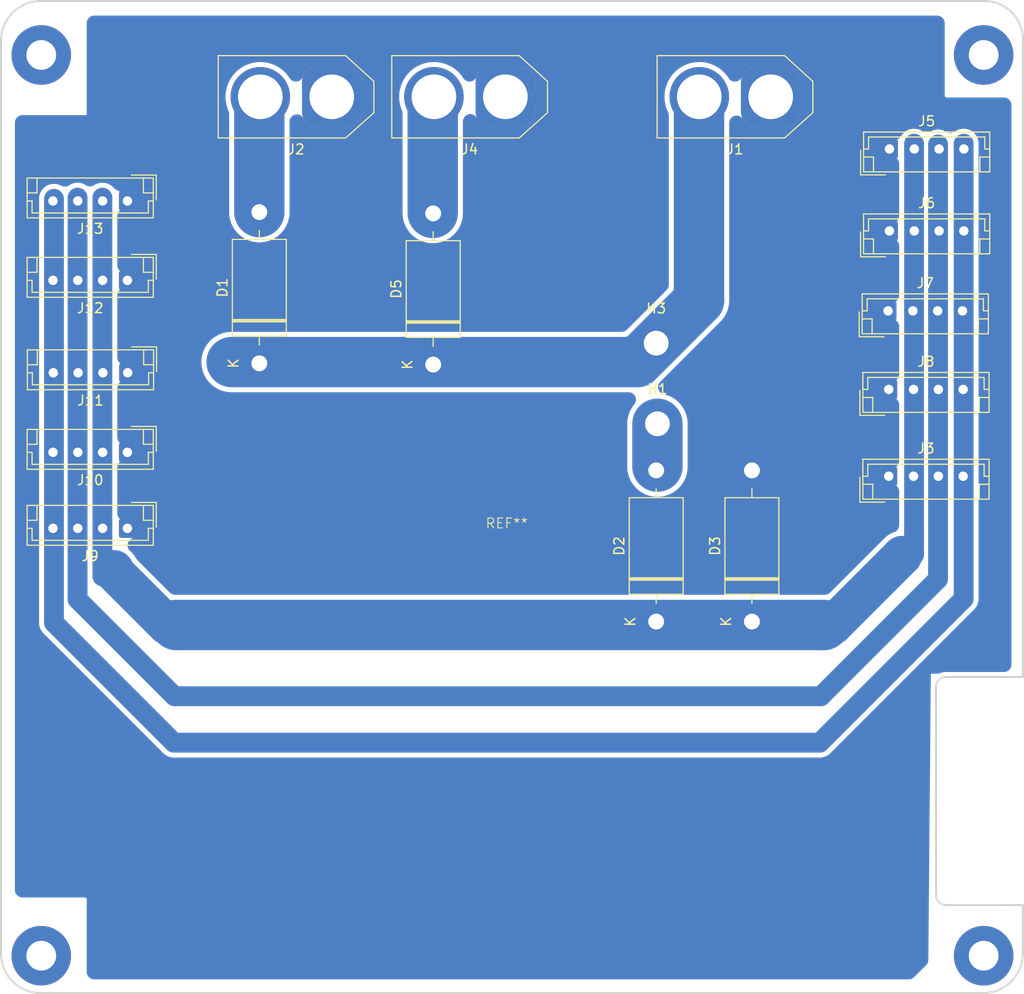
<source format=kicad_pcb>
(kicad_pcb (version 20240108) (generator "pcbnew") (generator_version "8.0")
  (title_block (title "placa de potencia"))
  (layers (0 "F.Cu" signal) (31 "B.Cu" signal) (34 "B.Paste" user) (35 "F.Paste" user) (36 "B.SilkS" user "B.Silkscreen") (37 "F.SilkS" user "F.Silkscreen") (38 "B.Mask" user) (39 "F.Mask" user) (44 "Edge.Cuts" user))
  (net 0 "")
  (net 1 "Net-(D1-K)")
  (net 2 "Net-(D1-A)")
  (net 3 "Net-(D2-K)")
  (net 4 "GND")
  (net 5 "Net-(D5-A)")
  (net 6 "Net-(D2-A)")
  (net 7 "Net-(J10-D+)")
  (net 8 "Net-(J10-D-)")
  (footprint "Diode_THT:D_DO-201AD_P15.24mm_Horizontal" (layer "F.Cu") (at 114.3 78.867 90)
    (property "Reference" "D1" (at 7.62 -3.72 90) (layer "F.SilkS"))
    (property "Value" "1N5400")
    (fp_line (start 12.49 -2.72) (end 2.75 -2.72) (stroke (width 0.12)) (layer "F.SilkS"))
    (fp_line (start 4.415 -2.72) (end 4.415 2.72) (stroke (width 0.12)) (layer "F.SilkS"))
    (fp_line (start 4.295 -2.72) (end 4.295 2.72) (stroke (width 0.12)) (layer "F.SilkS"))
    (fp_line (start 4.175 -2.72) (end 4.175 2.72) (stroke (width 0.12)) (layer "F.SilkS"))
    (fp_line (start 2.75 -2.72) (end 2.75 2.72) (stroke (width 0.12)) (layer "F.SilkS"))
    (fp_line (start 13.4 0) (end 12.49 0) (stroke (width 0.12)) (layer "F.SilkS"))
    (fp_line (start 1.84 0) (end 2.75 0) (stroke (width 0.12)) (layer "F.SilkS"))
    (fp_line (start 12.49 2.72) (end 12.49 -2.72) (stroke (width 0.12)) (layer "F.SilkS"))
    (fp_line (start 2.75 2.72) (end 12.49 2.72) (stroke (width 0.12)) (layer "F.SilkS"))
    (fp_text user "K" (at 0 -2.6 90) (layer "F.SilkS"))
    (pad "1" thru_hole rect (at 0 0 90) (size 3.2 3.2) (drill 1.6) (layers "*.Cu" "*.Mask") (net 1 "Net-(D1-K)"))
    (pad "2" thru_hole oval (at 15.24 0 90) (size 3.2 3.2) (drill 1.6) (layers "*.Cu" "*.Mask") (net 2 "Net-(D1-A)"))
  )
  (footprint "Humanoid:XM_conn_vertical-B4B-EH-A" (layer "F.Cu") (at 101.03 79.82 180)
    (property "Reference" "J11" (at 3.75 -2.8 180) (layer "F.SilkS"))
    (property "Value" "B4B-XH-A")
    (fp_line (start 10.11 2.31) (end 10.11 -1.71) (stroke (width 0.12)) (layer "F.SilkS"))
    (fp_line (start 10.11 0.81) (end 9.11 0.81) (stroke (width 0.12)) (layer "F.SilkS"))
    (fp_line (start 10.11 -1.71) (end -2.61 -1.71) (stroke (width 0.12)) (layer "F.SilkS"))
    (fp_line (start 9.61 0) (end 10.11 0) (stroke (width 0.12)) (layer "F.SilkS"))
    (fp_line (start 9.61 -1.21) (end 9.61 0) (stroke (width 0.12)) (layer "F.SilkS"))
    (fp_line (start 9.11 0.81) (end 9.11 2.31) (stroke (width 0.12)) (layer "F.SilkS"))
    (fp_line (start -1.61 0.81) (end -1.61 2.31) (stroke (width 0.12)) (layer "F.SilkS"))
    (fp_line (start -2.11 0) (end -2.11 -1.21) (stroke (width 0.12)) (layer "F.SilkS"))
    (fp_line (start -2.11 -1.21) (end 9.61 -1.21) (stroke (width 0.12)) (layer "F.SilkS"))
    (fp_line (start -2.61 2.31) (end 10.11 2.31) (stroke (width 0.12)) (layer "F.SilkS"))
    (fp_line (start -2.61 0.81) (end -1.61 0.81) (stroke (width 0.12)) (layer "F.SilkS"))
    (fp_line (start -2.61 0) (end -2.11 0) (stroke (width 0.12)) (layer "F.SilkS"))
    (fp_line (start -2.61 -1.71) (end -2.61 2.31) (stroke (width 0.12)) (layer "F.SilkS"))
    (fp_line (start -2.91 2.61) (end -0.41 2.61) (stroke (width 0.12)) (layer "F.SilkS"))
    (fp_line (start -2.91 0.11) (end -2.91 2.61) (stroke (width 0.12)) (layer "F.SilkS"))
    (pad "1" thru_hole roundrect (at 0 0 180) (size 1.7 1.95) (drill 0.95) (layers "*.Cu" "*.Mask") (roundrect_rratio 0.147059) (net 4 "GND"))
    (pad "2" thru_hole oval (at 2.5 0 180) (size 1.7 1.95) (drill 0.95) (layers "*.Cu" "*.Mask") (net 3 "Net-(D2-K)"))
    (pad "3" thru_hole oval (at 5 0 180) (size 1.7 1.95) (drill 0.95) (layers "*.Cu" "*.Mask") (net 7 "Net-(J10-D+)"))
    (pad "4" thru_hole oval (at 7.5 0 180) (size 1.7 1.95) (drill 0.95) (layers "*.Cu" "*.Mask") (net 8 "Net-(J10-D-)"))
  )
  (footprint "Humanoid:XM_conn_vertical-B4B-EH-A" (layer "F.Cu") (at 177.75 81.5)
    (property "Reference" "J8" (at 3.75 -2.8 0) (layer "F.SilkS"))
    (property "Value" "B4B-XH-A")
    (fp_line (start -2.91 0.11) (end -2.91 2.61) (stroke (width 0.12)) (layer "F.SilkS"))
    (fp_line (start -2.91 2.61) (end -0.41 2.61) (stroke (width 0.12)) (layer "F.SilkS"))
    (fp_line (start -2.61 -1.71) (end -2.61 2.31) (stroke (width 0.12)) (layer "F.SilkS"))
    (fp_line (start -2.61 0) (end -2.11 0) (stroke (width 0.12)) (layer "F.SilkS"))
    (fp_line (start -2.61 0.81) (end -1.61 0.81) (stroke (width 0.12)) (layer "F.SilkS"))
    (fp_line (start -2.61 2.31) (end 10.11 2.31) (stroke (width 0.12)) (layer "F.SilkS"))
    (fp_line (start -2.11 -1.21) (end 9.61 -1.21) (stroke (width 0.12)) (layer "F.SilkS"))
    (fp_line (start -2.11 0) (end -2.11 -1.21) (stroke (width 0.12)) (layer "F.SilkS"))
    (fp_line (start -1.61 0.81) (end -1.61 2.31) (stroke (width 0.12)) (layer "F.SilkS"))
    (fp_line (start 9.11 0.81) (end 9.11 2.31) (stroke (width 0.12)) (layer "F.SilkS"))
    (fp_line (start 9.61 -1.21) (end 9.61 0) (stroke (width 0.12)) (layer "F.SilkS"))
    (fp_line (start 9.61 0) (end 10.11 0) (stroke (width 0.12)) (layer "F.SilkS"))
    (fp_line (start 10.11 -1.71) (end -2.61 -1.71) (stroke (width 0.12)) (layer "F.SilkS"))
    (fp_line (start 10.11 0.81) (end 9.11 0.81) (stroke (width 0.12)) (layer "F.SilkS"))
    (fp_line (start 10.11 2.31) (end 10.11 -1.71) (stroke (width 0.12)) (layer "F.SilkS"))
    (pad "1" thru_hole roundrect (at 0 0) (size 1.7 1.95) (drill 0.95) (layers "*.Cu" "*.Mask") (roundrect_rratio 0.147059) (net 4 "GND"))
    (pad "2" thru_hole oval (at 2.5 0) (size 1.7 1.95) (drill 0.95) (layers "*.Cu" "*.Mask") (net 3 "Net-(D2-K)"))
    (pad "3" thru_hole oval (at 5 0) (size 1.7 1.95) (drill 0.95) (layers "*.Cu" "*.Mask") (net 7 "Net-(J10-D+)"))
    (pad "4" thru_hole oval (at 7.5 0) (size 1.7 1.95) (drill 0.95) (layers "*.Cu" "*.Mask") (net 8 "Net-(J10-D-)"))
  )
  (footprint "Humanoid:XM_conn_vertical-B4B-EH-A" (layer "F.Cu") (at 177.75 90.25)
    (property "Reference" "J3" (at 3.75 -2.8 0) (layer "F.SilkS"))
    (property "Value" "B4B-XH-A")
    (fp_line (start -2.91 0.11) (end -2.91 2.61) (stroke (width 0.12)) (layer "F.SilkS"))
    (fp_line (start -2.91 2.61) (end -0.41 2.61) (stroke (width 0.12)) (layer "F.SilkS"))
    (fp_line (start -2.61 -1.71) (end -2.61 2.31) (stroke (width 0.12)) (layer "F.SilkS"))
    (fp_line (start -2.61 0) (end -2.11 0) (stroke (width 0.12)) (layer "F.SilkS"))
    (fp_line (start -2.61 0.81) (end -1.61 0.81) (stroke (width 0.12)) (layer "F.SilkS"))
    (fp_line (start -2.61 2.31) (end 10.11 2.31) (stroke (width 0.12)) (layer "F.SilkS"))
    (fp_line (start -2.11 -1.21) (end 9.61 -1.21) (stroke (width 0.12)) (layer "F.SilkS"))
    (fp_line (start -2.11 0) (end -2.11 -1.21) (stroke (width 0.12)) (layer "F.SilkS"))
    (fp_line (start -1.61 0.81) (end -1.61 2.31) (stroke (width 0.12)) (layer "F.SilkS"))
    (fp_line (start 9.11 0.81) (end 9.11 2.31) (stroke (width 0.12)) (layer "F.SilkS"))
    (fp_line (start 9.61 -1.21) (end 9.61 0) (stroke (width 0.12)) (layer "F.SilkS"))
    (fp_line (start 9.61 0) (end 10.11 0) (stroke (width 0.12)) (layer "F.SilkS"))
    (fp_line (start 10.11 -1.71) (end -2.61 -1.71) (stroke (width 0.12)) (layer "F.SilkS"))
    (fp_line (start 10.11 0.81) (end 9.11 0.81) (stroke (width 0.12)) (layer "F.SilkS"))
    (fp_line (start 10.11 2.31) (end 10.11 -1.71) (stroke (width 0.12)) (layer "F.SilkS"))
    (pad "1" thru_hole roundrect (at 0 0) (size 1.7 1.95) (drill 0.95) (layers "*.Cu" "*.Mask") (roundrect_rratio 0.147059) (net 4 "GND"))
    (pad "2" thru_hole oval (at 2.5 0) (size 1.7 1.95) (drill 0.95) (layers "*.Cu" "*.Mask") (net 3 "Net-(D2-K)"))
    (pad "3" thru_hole oval (at 5 0) (size 1.7 1.95) (drill 0.95) (layers "*.Cu" "*.Mask") (net 7 "Net-(J10-D+)"))
    (pad "4" thru_hole oval (at 7.5 0) (size 1.7 1.95) (drill 0.95) (layers "*.Cu" "*.Mask") (net 8 "Net-(J10-D-)"))
  )
  (footprint "Humanoid:XM_conn_vertical-B4B-EH-A" (layer "F.Cu") (at 177.82 65.52)
    (property "Reference" "J6" (at 3.75 -2.8 0) (layer "F.SilkS"))
    (property "Value" "B4B-XH-A")
    (fp_line (start -2.91 0.11) (end -2.91 2.61) (stroke (width 0.12)) (layer "F.SilkS"))
    (fp_line (start -2.91 2.61) (end -0.41 2.61) (stroke (width 0.12)) (layer "F.SilkS"))
    (fp_line (start -2.61 -1.71) (end -2.61 2.31) (stroke (width 0.12)) (layer "F.SilkS"))
    (fp_line (start -2.61 0) (end -2.11 0) (stroke (width 0.12)) (layer "F.SilkS"))
    (fp_line (start -2.61 0.81) (end -1.61 0.81) (stroke (width 0.12)) (layer "F.SilkS"))
    (fp_line (start -2.61 2.31) (end 10.11 2.31) (stroke (width 0.12)) (layer "F.SilkS"))
    (fp_line (start -2.11 -1.21) (end 9.61 -1.21) (stroke (width 0.12)) (layer "F.SilkS"))
    (fp_line (start -2.11 0) (end -2.11 -1.21) (stroke (width 0.12)) (layer "F.SilkS"))
    (fp_line (start -1.61 0.81) (end -1.61 2.31) (stroke (width 0.12)) (layer "F.SilkS"))
    (fp_line (start 9.11 0.81) (end 9.11 2.31) (stroke (width 0.12)) (layer "F.SilkS"))
    (fp_line (start 9.61 -1.21) (end 9.61 0) (stroke (width 0.12)) (layer "F.SilkS"))
    (fp_line (start 9.61 0) (end 10.11 0) (stroke (width 0.12)) (layer "F.SilkS"))
    (fp_line (start 10.11 -1.71) (end -2.61 -1.71) (stroke (width 0.12)) (layer "F.SilkS"))
    (fp_line (start 10.11 0.81) (end 9.11 0.81) (stroke (width 0.12)) (layer "F.SilkS"))
    (fp_line (start 10.11 2.31) (end 10.11 -1.71) (stroke (width 0.12)) (layer "F.SilkS"))
    (pad "1" thru_hole roundrect (at 0 0) (size 1.7 1.95) (drill 0.95) (layers "*.Cu" "*.Mask") (roundrect_rratio 0.147059) (net 4 "GND"))
    (pad "2" thru_hole oval (at 2.5 0) (size 1.7 1.95) (drill 0.95) (layers "*.Cu" "*.Mask") (net 3 "Net-(D2-K)"))
    (pad "3" thru_hole oval (at 5 0) (size 1.7 1.95) (drill 0.95) (layers "*.Cu" "*.Mask") (net 7 "Net-(J10-D+)"))
    (pad "4" thru_hole oval (at 7.5 0) (size 1.7 1.95) (drill 0.95) (layers "*.Cu" "*.Mask") (net 8 "Net-(J10-D-)"))
  )
  (footprint "Humanoid:NUC11TN" (layer "F.Cu") (at 139.25 95.5)
    (property "Reference" "REF**" (at 0 -0.5 0) (layer "F.SilkS") (effects (font (thickness 0.1))))
    (property "Value" "NUC11TN")
    (fp_line (start -50.983915 42.844856) (end -50.983915 -49.155144) (stroke (width 0.2)) (layer "Edge.Cuts"))
    (fp_line (start -47.108915 -53.155144) (end 48.145085 -53.155144) (stroke (width 0.2)) (layer "Edge.Cuts"))
    (fp_line (start 43.267085 15.984856) (end 43.267085 36.984263) (stroke (width 0.2)) (layer "Edge.Cuts"))
    (fp_line (start 44.267085 14.984856) (end 52.016085 14.984856) (stroke (width 0.2)) (layer "Edge.Cuts"))
    (fp_line (start 44.267678 37.984263) (end 52.016085 37.980185) (stroke (width 0.2)) (layer "Edge.Cuts"))
    (fp_line (start 47.887085 46.844855) (end -46.727915 46.844854) (stroke (width 0.2)) (layer "Edge.Cuts"))
    (fp_line (start 52.016085 -49.155144) (end 52.016085 14.984856) (stroke (width 0.2)) (layer "Edge.Cuts"))
    (fp_line (start 52.016085 42.844856) (end 52.016085 37.980185) (stroke (width 0.2)) (layer "Edge.Cuts"))
    (fp_arc (start -50.983915 -49.155144) (mid -49.812342 -51.983571) (end -46.983915 -53.155144) (stroke (width 0.2)) (layer "Edge.Cuts"))
    (fp_arc (start -46.727915 46.844854) (mid -49.726124 45.768177) (end -50.992097 42.844856) (stroke (width 0.2)) (layer "Edge.Cuts"))
    (fp_arc (start 43.267085 15.984856) (mid 43.559993 15.277772) (end 44.267085 14.984856) (stroke (width 0.2)) (layer "Edge.Cuts"))
    (fp_arc (start 44.267678 37.984263) (mid 43.560211 37.691572) (end 43.267085 36.984263) (stroke (width 0.2)) (layer "Edge.Cuts"))
    (fp_arc (start 48.141085 -53.157592) (mid 50.895562 -52.016157) (end 52.035255 -49.260973) (stroke (width 0.2)) (layer "Edge.Cuts"))
    (fp_arc (start 52.018164 42.844856) (mid 50.800001 45.720001) (end 47.887085 46.844855) (stroke (width 0.2)) (layer "Edge.Cuts"))
    (pad "1" thru_hole circle (at -46.932915 -47.715144) (size 6 6) (drill 3) (layers "*.Cu" "*.Mask"))
    (pad "1" thru_hole circle (at -46.932915 43.084856) (size 6 6) (drill 3) (layers "*.Cu" "*.Mask"))
    (pad "1" thru_hole circle (at 48.067085 -47.715144) (size 6 6) (drill 3) (layers "*.Cu" "*.Mask"))
    (pad "1" thru_hole circle (at 48.067085 43.084856) (size 6 6) (drill 3) (layers "*.Cu" "*.Mask"))
  )
  (footprint "Humanoid:XM_conn_vertical-B4B-EH-A" (layer "F.Cu") (at 177.68 73.58)
    (property "Reference" "J7" (at 3.75 -2.8 0) (layer "F.SilkS"))
    (property "Value" "B4B-XH-A")
    (fp_line (start -2.91 0.11) (end -2.91 2.61) (stroke (width 0.12)) (layer "F.SilkS"))
    (fp_line (start -2.91 2.61) (end -0.41 2.61) (stroke (width 0.12)) (layer "F.SilkS"))
    (fp_line (start -2.61 -1.71) (end -2.61 2.31) (stroke (width 0.12)) (layer "F.SilkS"))
    (fp_line (start -2.61 0) (end -2.11 0) (stroke (width 0.12)) (layer "F.SilkS"))
    (fp_line (start -2.61 0.81) (end -1.61 0.81) (stroke (width 0.12)) (layer "F.SilkS"))
    (fp_line (start -2.61 2.31) (end 10.11 2.31) (stroke (width 0.12)) (layer "F.SilkS"))
    (fp_line (start -2.11 -1.21) (end 9.61 -1.21) (stroke (width 0.12)) (layer "F.SilkS"))
    (fp_line (start -2.11 0) (end -2.11 -1.21) (stroke (width 0.12)) (layer "F.SilkS"))
    (fp_line (start -1.61 0.81) (end -1.61 2.31) (stroke (width 0.12)) (layer "F.SilkS"))
    (fp_line (start 9.11 0.81) (end 9.11 2.31) (stroke (width 0.12)) (layer "F.SilkS"))
    (fp_line (start 9.61 -1.21) (end 9.61 0) (stroke (width 0.12)) (layer "F.SilkS"))
    (fp_line (start 9.61 0) (end 10.11 0) (stroke (width 0.12)) (layer "F.SilkS"))
    (fp_line (start 10.11 -1.71) (end -2.61 -1.71) (stroke (width 0.12)) (layer "F.SilkS"))
    (fp_line (start 10.11 0.81) (end 9.11 0.81) (stroke (width 0.12)) (layer "F.SilkS"))
    (fp_line (start 10.11 2.31) (end 10.11 -1.71) (stroke (width 0.12)) (layer "F.SilkS"))
    (pad "1" thru_hole roundrect (at 0 0) (size 1.7 1.95) (drill 0.95) (layers "*.Cu" "*.Mask") (roundrect_rratio 0.147059) (net 4 "GND"))
    (pad "2" thru_hole oval (at 2.5 0) (size 1.7 1.95) (drill 0.95) (layers "*.Cu" "*.Mask") (net 3 "Net-(D2-K)"))
    (pad "3" thru_hole oval (at 5 0) (size 1.7 1.95) (drill 0.95) (layers "*.Cu" "*.Mask") (net 7 "Net-(J10-D+)"))
    (pad "4" thru_hole oval (at 7.5 0) (size 1.7 1.95) (drill 0.95) (layers "*.Cu" "*.Mask") (net 8 "Net-(J10-D-)"))
  )
  (footprint "Humanoid:XM_conn_vertical-B4B-EH-A" (layer "F.Cu") (at 101 62.5 180)
    (property "Reference" "J13" (at 3.75 -2.8 180) (layer "F.SilkS"))
    (property "Value" "B4B-XH-A")
    (fp_line (start 10.11 2.31) (end 10.11 -1.71) (stroke (width 0.12)) (layer "F.SilkS"))
    (fp_line (start 10.11 0.81) (end 9.11 0.81) (stroke (width 0.12)) (layer "F.SilkS"))
    (fp_line (start 10.11 -1.71) (end -2.61 -1.71) (stroke (width 0.12)) (layer "F.SilkS"))
    (fp_line (start 9.61 0) (end 10.11 0) (stroke (width 0.12)) (layer "F.SilkS"))
    (fp_line (start 9.61 -1.21) (end 9.61 0) (stroke (width 0.12)) (layer "F.SilkS"))
    (fp_line (start 9.11 0.81) (end 9.11 2.31) (stroke (width 0.12)) (layer "F.SilkS"))
    (fp_line (start -1.61 0.81) (end -1.61 2.31) (stroke (width 0.12)) (layer "F.SilkS"))
    (fp_line (start -2.11 0) (end -2.11 -1.21) (stroke (width 0.12)) (layer "F.SilkS"))
    (fp_line (start -2.11 -1.21) (end 9.61 -1.21) (stroke (width 0.12)) (layer "F.SilkS"))
    (fp_line (start -2.61 2.31) (end 10.11 2.31) (stroke (width 0.12)) (layer "F.SilkS"))
    (fp_line (start -2.61 0.81) (end -1.61 0.81) (stroke (width 0.12)) (layer "F.SilkS"))
    (fp_line (start -2.61 0) (end -2.11 0) (stroke (width 0.12)) (layer "F.SilkS"))
    (fp_line (start -2.61 -1.71) (end -2.61 2.31) (stroke (width 0.12)) (layer "F.SilkS"))
    (fp_line (start -2.91 2.61) (end -0.41 2.61) (stroke (width 0.12)) (layer "F.SilkS"))
    (fp_line (start -2.91 0.11) (end -2.91 2.61) (stroke (width 0.12)) (layer "F.SilkS"))
    (pad "1" thru_hole roundrect (at 0 0 180) (size 1.7 1.95) (drill 0.95) (layers "*.Cu" "*.Mask") (roundrect_rratio 0.147059) (net 4 "GND"))
    (pad "2" thru_hole oval (at 2.5 0 180) (size 1.7 1.95) (drill 0.95) (layers "*.Cu" "*.Mask") (net 3 "Net-(D2-K)"))
    (pad "3" thru_hole oval (at 5 0 180) (size 1.7 1.95) (drill 0.95) (layers "*.Cu" "*.Mask") (net 7 "Net-(J10-D+)"))
    (pad "4" thru_hole oval (at 7.5 0 180) (size 1.7 1.95) (drill 0.95) (layers "*.Cu" "*.Mask") (net 8 "Net-(J10-D-)"))
  )
  (footprint "Humanoid:XT60-M_Vertical" (layer "F.Cu") (at 165.85 52 180)
    (property "Reference" "J1" (at 3.6 -5.3 360) (layer "F.SilkS"))
    (property "Value" "XT60")
    (fp_line (start 11.45 4.15) (end 11.45 -4.15) (stroke (width 0.12)) (layer "F.SilkS"))
    (fp_line (start 11.45 -4.15) (end -1.4 -4.15) (stroke (width 0.12)) (layer "F.SilkS"))
    (fp_line (start -1.4 4.15) (end 11.45 4.15) (stroke (width 0.12)) (layer "F.SilkS"))
    (fp_line (start -1.4 -4.15) (end -4.25 -1.6) (stroke (width 0.12)) (layer "F.SilkS"))
    (fp_line (start -4.25 1.55) (end -1.4 4.15) (stroke (width 0.12)) (layer "F.SilkS"))
    (fp_line (start -4.25 -1.6) (end -4.25 1.55) (stroke (width 0.12)) (layer "F.SilkS"))
    (pad "N" thru_hole roundrect (at 0 0 180) (size 6 6) (drill 4.5) (layers "*.Cu" "*.Mask") (net 4 "GND"))
    (pad "P" thru_hole circle (at 7.2 0 180) (size 6 6) (drill 4.5) (layers "*.Cu" "*.Mask") (net 1 "Net-(D1-K)"))
  )
  (footprint "Diode_THT:D_DO-201AD_P15.24mm_Horizontal" (layer "F.Cu") (at 154.305 104.902 90)
    (property "Reference" "D2" (at 7.62 -3.72 90) (layer "F.SilkS"))
    (property "Value" "1N5400")
    (fp_line (start 12.49 -2.72) (end 2.75 -2.72) (stroke (width 0.12)) (layer "F.SilkS"))
    (fp_line (start 4.415 -2.72) (end 4.415 2.72) (stroke (width 0.12)) (layer "F.SilkS"))
    (fp_line (start 4.295 -2.72) (end 4.295 2.72) (stroke (width 0.12)) (layer "F.SilkS"))
    (fp_line (start 4.175 -2.72) (end 4.175 2.72) (stroke (width 0.12)) (layer "F.SilkS"))
    (fp_line (start 2.75 -2.72) (end 2.75 2.72) (stroke (width 0.12)) (layer "F.SilkS"))
    (fp_line (start 13.4 0) (end 12.49 0) (stroke (width 0.12)) (layer "F.SilkS"))
    (fp_line (start 1.84 0) (end 2.75 0) (stroke (width 0.12)) (layer "F.SilkS"))
    (fp_line (start 12.49 2.72) (end 12.49 -2.72) (stroke (width 0.12)) (layer "F.SilkS"))
    (fp_line (start 2.75 2.72) (end 12.49 2.72) (stroke (width 0.12)) (layer "F.SilkS"))
    (fp_text user "K" (at 0 -2.6 90) (layer "F.SilkS"))
    (pad "1" thru_hole rect (at 0 0 90) (size 3.2 3.2) (drill 1.6) (layers "*.Cu" "*.Mask") (net 3 "Net-(D2-K)"))
    (pad "2" thru_hole oval (at 15.24 0 90) (size 3.2 3.2) (drill 1.6) (layers "*.Cu" "*.Mask") (net 6 "Net-(D2-A)"))
  )
  (footprint "Humanoid:XM_conn_vertical-B4B-EH-A" (layer "F.Cu") (at 101 87.84 180)
    (property "Reference" "J10" (at 3.75 -2.8 180) (layer "F.SilkS"))
    (property "Value" "B4B-XH-A")
    (fp_line (start 10.11 2.31) (end 10.11 -1.71) (stroke (width 0.12)) (layer "F.SilkS"))
    (fp_line (start 10.11 0.81) (end 9.11 0.81) (stroke (width 0.12)) (layer "F.SilkS"))
    (fp_line (start 10.11 -1.71) (end -2.61 -1.71) (stroke (width 0.12)) (layer "F.SilkS"))
    (fp_line (start 9.61 0) (end 10.11 0) (stroke (width 0.12)) (layer "F.SilkS"))
    (fp_line (start 9.61 -1.21) (end 9.61 0) (stroke (width 0.12)) (layer "F.SilkS"))
    (fp_line (start 9.11 0.81) (end 9.11 2.31) (stroke (width 0.12)) (layer "F.SilkS"))
    (fp_line (start -1.61 0.81) (end -1.61 2.31) (stroke (width 0.12)) (layer "F.SilkS"))
    (fp_line (start -2.11 0) (end -2.11 -1.21) (stroke (width 0.12)) (layer "F.SilkS"))
    (fp_line (start -2.11 -1.21) (end 9.61 -1.21) (stroke (width 0.12)) (layer "F.SilkS"))
    (fp_line (start -2.61 2.31) (end 10.11 2.31) (stroke (width 0.12)) (layer "F.SilkS"))
    (fp_line (start -2.61 0.81) (end -1.61 0.81) (stroke (width 0.12)) (layer "F.SilkS"))
    (fp_line (start -2.61 0) (end -2.11 0) (stroke (width 0.12)) (layer "F.SilkS"))
    (fp_line (start -2.61 -1.71) (end -2.61 2.31) (stroke (width 0.12)) (layer "F.SilkS"))
    (fp_line (start -2.91 2.61) (end -0.41 2.61) (stroke (width 0.12)) (layer "F.SilkS"))
    (fp_line (start -2.91 0.11) (end -2.91 2.61) (stroke (width 0.12)) (layer "F.SilkS"))
    (pad "1" thru_hole roundrect (at 0 0 180) (size 1.7 1.95) (drill 0.95) (layers "*.Cu" "*.Mask") (roundrect_rratio 0.147059) (net 4 "GND"))
    (pad "2" thru_hole oval (at 2.5 0 180) (size 1.7 1.95) (drill 0.95) (layers "*.Cu" "*.Mask") (net 3 "Net-(D2-K)"))
    (pad "3" thru_hole oval (at 5 0 180) (size 1.7 1.95) (drill 0.95) (layers "*.Cu" "*.Mask") (net 7 "Net-(J10-D+)"))
    (pad "4" thru_hole oval (at 7.5 0 180) (size 1.7 1.95) (drill 0.95) (layers "*.Cu" "*.Mask") (net 8 "Net-(J10-D-)"))
  )
  (footprint "Humanoid:XT60-M_Vertical" (layer "F.Cu") (at 121.6 52 180)
    (property "Reference" "J2" (at 3.6 -5.3 360) (layer "F.SilkS"))
    (property "Value" "XT60")
    (fp_line (start 11.45 4.15) (end 11.45 -4.15) (stroke (width 0.12)) (layer "F.SilkS"))
    (fp_line (start 11.45 -4.15) (end -1.4 -4.15) (stroke (width 0.12)) (layer "F.SilkS"))
    (fp_line (start -1.4 4.15) (end 11.45 4.15) (stroke (width 0.12)) (layer "F.SilkS"))
    (fp_line (start -1.4 -4.15) (end -4.25 -1.6) (stroke (width 0.12)) (layer "F.SilkS"))
    (fp_line (start -4.25 1.55) (end -1.4 4.15) (stroke (width 0.12)) (layer "F.SilkS"))
    (fp_line (start -4.25 -1.6) (end -4.25 1.55) (stroke (width 0.12)) (layer "F.SilkS"))
    (pad "N" thru_hole roundrect (at 0 0 180) (size 6 6) (drill 4.5) (layers "*.Cu" "*.Mask") (net 4 "GND"))
    (pad "P" thru_hole circle (at 7.2 0 180) (size 6 6) (drill 4.5) (layers "*.Cu" "*.Mask") (net 2 "Net-(D1-A)"))
  )
  (footprint "Diode_THT:D_DO-201AD_P15.24mm_Horizontal" (layer "F.Cu") (at 163.957 104.902 90)
    (property "Reference" "D3" (at 7.62 -3.72 90) (layer "F.SilkS"))
    (property "Value" "1N5400")
    (fp_line (start 12.49 -2.72) (end 2.75 -2.72) (stroke (width 0.12)) (layer "F.SilkS"))
    (fp_line (start 4.415 -2.72) (end 4.415 2.72) (stroke (width 0.12)) (layer "F.SilkS"))
    (fp_line (start 4.295 -2.72) (end 4.295 2.72) (stroke (width 0.12)) (layer "F.SilkS"))
    (fp_line (start 4.175 -2.72) (end 4.175 2.72) (stroke (width 0.12)) (layer "F.SilkS"))
    (fp_line (start 2.75 -2.72) (end 2.75 2.72) (stroke (width 0.12)) (layer "F.SilkS"))
    (fp_line (start 13.4 0) (end 12.49 0) (stroke (width 0.12)) (layer "F.SilkS"))
    (fp_line (start 1.84 0) (end 2.75 0) (stroke (width 0.12)) (layer "F.SilkS"))
    (fp_line (start 12.49 2.72) (end 12.49 -2.72) (stroke (width 0.12)) (layer "F.SilkS"))
    (fp_line (start 2.75 2.72) (end 12.49 2.72) (stroke (width 0.12)) (layer "F.SilkS"))
    (fp_text user "K" (at 0 -2.6 90) (layer "F.SilkS"))
    (pad "1" thru_hole rect (at 0 0 90) (size 3.2 3.2) (drill 1.6) (layers "*.Cu" "*.Mask") (net 3 "Net-(D2-K)"))
    (pad "2" thru_hole oval (at 15.24 0 90) (size 3.2 3.2) (drill 1.6) (layers "*.Cu" "*.Mask") (net 4 "GND"))
  )
  (footprint "MountingHole:MountingHole_2.5mm_Pad" (layer "F.Cu") (at 154.305 76.835)
    (property "Reference" "H3" (at 0 -3.5 0) (layer "F.SilkS"))
    (property "Value" "MountingHole_Pad")
    (pad "1" thru_hole circle (at 0 0) (size 5 5) (drill 2.5) (layers "*.Cu" "*.Mask") (net 1 "Net-(D1-K)"))
  )
  (footprint "MountingHole:MountingHole_2.5mm_Pad" (layer "F.Cu") (at 154.432 84.963)
    (property "Reference" "H1" (at 0 -3.5 0) (layer "F.SilkS"))
    (property "Value" "MountingHole_Pad")
    (pad "1" thru_hole circle (at 0 0) (size 5 5) (drill 2.5) (layers "*.Cu" "*.Mask") (net 6 "Net-(D2-A)"))
  )
  (footprint "Humanoid:XM_conn_vertical-B4B-EH-A" (layer "F.Cu") (at 101 70.5 180)
    (property "Reference" "J12" (at 3.75 -2.8 180) (layer "F.SilkS"))
    (property "Value" "B4B-XH-A")
    (fp_line (start 10.11 2.31) (end 10.11 -1.71) (stroke (width 0.12)) (layer "F.SilkS"))
    (fp_line (start 10.11 0.81) (end 9.11 0.81) (stroke (width 0.12)) (layer "F.SilkS"))
    (fp_line (start 10.11 -1.71) (end -2.61 -1.71) (stroke (width 0.12)) (layer "F.SilkS"))
    (fp_line (start 9.61 0) (end 10.11 0) (stroke (width 0.12)) (layer "F.SilkS"))
    (fp_line (start 9.61 -1.21) (end 9.61 0) (stroke (width 0.12)) (layer "F.SilkS"))
    (fp_line (start 9.11 0.81) (end 9.11 2.31) (stroke (width 0.12)) (layer "F.SilkS"))
    (fp_line (start -1.61 0.81) (end -1.61 2.31) (stroke (width 0.12)) (layer "F.SilkS"))
    (fp_line (start -2.11 0) (end -2.11 -1.21) (stroke (width 0.12)) (layer "F.SilkS"))
    (fp_line (start -2.11 -1.21) (end 9.61 -1.21) (stroke (width 0.12)) (layer "F.SilkS"))
    (fp_line (start -2.61 2.31) (end 10.11 2.31) (stroke (width 0.12)) (layer "F.SilkS"))
    (fp_line (start -2.61 0.81) (end -1.61 0.81) (stroke (width 0.12)) (layer "F.SilkS"))
    (fp_line (start -2.61 0) (end -2.11 0) (stroke (width 0.12)) (layer "F.SilkS"))
    (fp_line (start -2.61 -1.71) (end -2.61 2.31) (stroke (width 0.12)) (layer "F.SilkS"))
    (fp_line (start -2.91 2.61) (end -0.41 2.61) (stroke (width 0.12)) (layer "F.SilkS"))
    (fp_line (start -2.91 0.11) (end -2.91 2.61) (stroke (width 0.12)) (layer "F.SilkS"))
    (pad "1" thru_hole roundrect (at 0 0 180) (size 1.7 1.95) (drill 0.95) (layers "*.Cu" "*.Mask") (roundrect_rratio 0.147059) (net 4 "GND"))
    (pad "2" thru_hole oval (at 2.5 0 180) (size 1.7 1.95) (drill 0.95) (layers "*.Cu" "*.Mask") (net 3 "Net-(D2-K)"))
    (pad "3" thru_hole oval (at 5 0 180) (size 1.7 1.95) (drill 0.95) (layers "*.Cu" "*.Mask") (net 7 "Net-(J10-D+)"))
    (pad "4" thru_hole oval (at 7.5 0 180) (size 1.7 1.95) (drill 0.95) (layers "*.Cu" "*.Mask") (net 8 "Net-(J10-D-)"))
  )
  (footprint "Humanoid:XM_conn_vertical-B4B-EH-A" (layer "F.Cu") (at 177.823 57.262)
    (property "Reference" "J5" (at 3.75 -2.8 0) (layer "F.SilkS"))
    (property "Value" "B4B-XH-A")
    (fp_line (start -2.91 0.11) (end -2.91 2.61) (stroke (width 0.12)) (layer "F.SilkS"))
    (fp_line (start -2.91 2.61) (end -0.41 2.61) (stroke (width 0.12)) (layer "F.SilkS"))
    (fp_line (start -2.61 -1.71) (end -2.61 2.31) (stroke (width 0.12)) (layer "F.SilkS"))
    (fp_line (start -2.61 0) (end -2.11 0) (stroke (width 0.12)) (layer "F.SilkS"))
    (fp_line (start -2.61 0.81) (end -1.61 0.81) (stroke (width 0.12)) (layer "F.SilkS"))
    (fp_line (start -2.61 2.31) (end 10.11 2.31) (stroke (width 0.12)) (layer "F.SilkS"))
    (fp_line (start -2.11 -1.21) (end 9.61 -1.21) (stroke (width 0.12)) (layer "F.SilkS"))
    (fp_line (start -2.11 0) (end -2.11 -1.21) (stroke (width 0.12)) (layer "F.SilkS"))
    (fp_line (start -1.61 0.81) (end -1.61 2.31) (stroke (width 0.12)) (layer "F.SilkS"))
    (fp_line (start 9.11 0.81) (end 9.11 2.31) (stroke (width 0.12)) (layer "F.SilkS"))
    (fp_line (start 9.61 -1.21) (end 9.61 0) (stroke (width 0.12)) (layer "F.SilkS"))
    (fp_line (start 9.61 0) (end 10.11 0) (stroke (width 0.12)) (layer "F.SilkS"))
    (fp_line (start 10.11 -1.71) (end -2.61 -1.71) (stroke (width 0.12)) (layer "F.SilkS"))
    (fp_line (start 10.11 0.81) (end 9.11 0.81) (stroke (width 0.12)) (layer "F.SilkS"))
    (fp_line (start 10.11 2.31) (end 10.11 -1.71) (stroke (width 0.12)) (layer "F.SilkS"))
    (pad "1" thru_hole roundrect (at 0 0) (size 1.7 1.95) (drill 0.95) (layers "*.Cu" "*.Mask") (roundrect_rratio 0.147059) (net 4 "GND"))
    (pad "2" thru_hole oval (at 2.5 0) (size 1.7 1.95) (drill 0.95) (layers "*.Cu" "*.Mask") (net 3 "Net-(D2-K)"))
    (pad "3" thru_hole oval (at 5 0) (size 1.7 1.95) (drill 0.95) (layers "*.Cu" "*.Mask") (net 7 "Net-(J10-D+)"))
    (pad "4" thru_hole oval (at 7.5 0) (size 1.7 1.95) (drill 0.95) (layers "*.Cu" "*.Mask") (net 8 "Net-(J10-D-)"))
  )
  (footprint "Humanoid:XT60-M_Vertical" (layer "F.Cu") (at 139.1 52 180)
    (property "Reference" "J4" (at 3.6 -5.3 360) (layer "F.SilkS"))
    (property "Value" "XT60")
    (fp_line (start 11.45 4.15) (end 11.45 -4.15) (stroke (width 0.12)) (layer "F.SilkS"))
    (fp_line (start 11.45 -4.15) (end -1.4 -4.15) (stroke (width 0.12)) (layer "F.SilkS"))
    (fp_line (start -1.4 4.15) (end 11.45 4.15) (stroke (width 0.12)) (layer "F.SilkS"))
    (fp_line (start -1.4 -4.15) (end -4.25 -1.6) (stroke (width 0.12)) (layer "F.SilkS"))
    (fp_line (start -4.25 1.55) (end -1.4 4.15) (stroke (width 0.12)) (layer "F.SilkS"))
    (fp_line (start -4.25 -1.6) (end -4.25 1.55) (stroke (width 0.12)) (layer "F.SilkS"))
    (pad "N" thru_hole roundrect (at 0 0 180) (size 6 6) (drill 4.5) (layers "*.Cu" "*.Mask") (net 4 "GND"))
    (pad "P" thru_hole circle (at 7.2 0 180) (size 6 6) (drill 4.5) (layers "*.Cu" "*.Mask") (net 5 "Net-(D5-A)"))
  )
  (footprint "Humanoid:XM_conn_vertical-B4B-EH-A" (layer "F.Cu") (at 101 95.5 180)
    (property "Reference" "J9" (at 3.75 -2.8 180) (layer "F.SilkS"))
    (property "Value" "B4B-XH-A")
    (fp_line (start 10.11 2.31) (end 10.11 -1.71) (stroke (width 0.12)) (layer "F.SilkS"))
    (fp_line (start 10.11 0.81) (end 9.11 0.81) (stroke (width 0.12)) (layer "F.SilkS"))
    (fp_line (start 10.11 -1.71) (end -2.61 -1.71) (stroke (width 0.12)) (layer "F.SilkS"))
    (fp_line (start 9.61 0) (end 10.11 0) (stroke (width 0.12)) (layer "F.SilkS"))
    (fp_line (start 9.61 -1.21) (end 9.61 0) (stroke (width 0.12)) (layer "F.SilkS"))
    (fp_line (start 9.11 0.81) (end 9.11 2.31) (stroke (width 0.12)) (layer "F.SilkS"))
    (fp_line (start -1.61 0.81) (end -1.61 2.31) (stroke (width 0.12)) (layer "F.SilkS"))
    (fp_line (start -2.11 0) (end -2.11 -1.21) (stroke (width 0.12)) (layer "F.SilkS"))
    (fp_line (start -2.11 -1.21) (end 9.61 -1.21) (stroke (width 0.12)) (layer "F.SilkS"))
    (fp_line (start -2.61 2.31) (end 10.11 2.31) (stroke (width 0.12)) (layer "F.SilkS"))
    (fp_line (start -2.61 0.81) (end -1.61 0.81) (stroke (width 0.12)) (layer "F.SilkS"))
    (fp_line (start -2.61 0) (end -2.11 0) (stroke (width 0.12)) (layer "F.SilkS"))
    (fp_line (start -2.61 -1.71) (end -2.61 2.31) (stroke (width 0.12)) (layer "F.SilkS"))
    (fp_line (start -2.91 2.61) (end -0.41 2.61) (stroke (width 0.12)) (layer "F.SilkS"))
    (fp_line (start -2.91 0.11) (end -2.91 2.61) (stroke (width 0.12)) (layer "F.SilkS"))
    (pad "1" thru_hole roundrect (at 0 0 180) (size 1.7 1.95) (drill 0.95) (layers "*.Cu" "*.Mask") (roundrect_rratio 0.147059) (net 4 "GND"))
    (pad "2" thru_hole oval (at 2.5 0 180) (size 1.7 1.95) (drill 0.95) (layers "*.Cu" "*.Mask") (net 3 "Net-(D2-K)"))
    (pad "3" thru_hole oval (at 5 0 180) (size 1.7 1.95) (drill 0.95) (layers "*.Cu" "*.Mask") (net 7 "Net-(J10-D+)"))
    (pad "4" thru_hole oval (at 7.5 0 180) (size 1.7 1.95) (drill 0.95) (layers "*.Cu" "*.Mask") (net 8 "Net-(J10-D-)"))
  )
  (footprint "Diode_THT:D_DO-201AD_P15.24mm_Horizontal" (layer "F.Cu") (at 131.826 78.994 90)
    (property "Reference" "D5" (at 7.62 -3.72 90) (layer "F.SilkS"))
    (property "Value" "1N5400")
    (fp_line (start 12.49 -2.72) (end 2.75 -2.72) (stroke (width 0.12)) (layer "F.SilkS"))
    (fp_line (start 4.415 -2.72) (end 4.415 2.72) (stroke (width 0.12)) (layer "F.SilkS"))
    (fp_line (start 4.295 -2.72) (end 4.295 2.72) (stroke (width 0.12)) (layer "F.SilkS"))
    (fp_line (start 4.175 -2.72) (end 4.175 2.72) (stroke (width 0.12)) (layer "F.SilkS"))
    (fp_line (start 2.75 -2.72) (end 2.75 2.72) (stroke (width 0.12)) (layer "F.SilkS"))
    (fp_line (start 13.4 0) (end 12.49 0) (stroke (width 0.12)) (layer "F.SilkS"))
    (fp_line (start 1.84 0) (end 2.75 0) (stroke (width 0.12)) (layer "F.SilkS"))
    (fp_line (start 12.49 2.72) (end 12.49 -2.72) (stroke (width 0.12)) (layer "F.SilkS"))
    (fp_line (start 2.75 2.72) (end 12.49 2.72) (stroke (width 0.12)) (layer "F.SilkS"))
    (fp_text user "K" (at 0 -2.6 90) (layer "F.SilkS"))
    (pad "1" thru_hole rect (at 0 0 90) (size 3.2 3.2) (drill 1.6) (layers "*.Cu" "*.Mask") (net 1 "Net-(D1-K)"))
    (pad "2" thru_hole oval (at 15.24 0 90) (size 3.2 3.2) (drill 1.6) (layers "*.Cu" "*.Mask") (net 5 "Net-(D5-A)"))
  )
  (segment (start 131.699 78.867) (end 131.826 78.994) (width 0.25) (layer "B.Cu") (net 1))
  (segment (start 158.623 72.517) (end 158.623 52.495) (width 5.08) (layer "B.Cu") (net 1))
  (segment (start 158.623 52.495) (end 158.325 52.197) (width 0.25) (layer "B.Cu") (net 1))
  (segment (start 132.08 78.74) (end 152.4 78.74) (width 5.08) (layer "B.Cu") (net 1))
  (segment (start 111.506 78.74) (end 131.572 78.74) (width 5.08) (layer "B.Cu") (net 1))
  (segment (start 152.4 78.74) (end 158.623 72.517) (width 5.08) (layer "B.Cu") (net 1))
  (segment (start 114.3 52.1) (end 114.4 52) (width 1) (layer "B.Cu") (net 2))
  (segment (start 114.3 63.627) (end 114.3 52.1) (width 5.08) (layer "B.Cu") (net 2))
  (segment (start 114.282 63.21) (end 114.326 63.254) (width 0.25) (layer "B.Cu") (net 2))
  (segment (start 180.3015 96.1745) (end 180.3015 98.1845) (width 2) (layer "B.Cu") (net 3))
  (segment (start 99.659 99.897) (end 99.659 99.697) (width 4) (layer "B.Cu") (net 3))
  (segment (start 179.089 98.267) (end 179.099 98.267) (width 4) (layer "B.Cu") (net 3))
  (segment (start 105.009 105.247) (end 99.659 99.897) (width 4) (layer "B.Cu") (net 3))
  (segment (start 172.109 105.247) (end 179.089 98.267) (width 4) (layer "B.Cu") (net 3))
  (segment (start 170.739 105.247) (end 171.229 105.247) (width 5.08) (layer "B.Cu") (net 3))
  (segment (start 98.479 62.162) (end 98.479 100.347) (width 2) (layer "B.Cu") (net 3))
  (segment (start 180.3015 56.722) (end 180.3015 96.1745) (width 2) (layer "B.Cu") (net 3))
  (segment (start 171.689 105.247) (end 172.109 105.247) (width 4) (layer "B.Cu") (net 3))
  (segment (start 180.179 56.8445) (end 180.3015 56.722) (width 0.25) (layer "B.Cu") (net 3))
  (segment (start 105.899 105.247) (end 170.739 105.247) (width 5.08) (layer "B.Cu") (net 3))
  (segment (start 131.782 63.71) (end 131.826 63.754) (width 0.25) (layer "B.Cu") (net 5))
  (segment (start 131.782 51.816) (end 131.782 63.71) (width 5.08) (layer "B.Cu") (net 5))
  (segment (start 153.67 90.297) (end 153.797 90.424) (width 0.25) (layer "B.Cu") (net 6))
  (segment (start 153.797 89.916) (end 154.432 89.281) (width 1) (layer "B.Cu") (net 6))
  (segment (start 154.432 89.281) (end 154.432 84.963) (width 5.08) (layer "B.Cu") (net 6))
  (segment (start 105.749 112.427) (end 170.91 112.427) (width 2) (layer "B.Cu") (net 7))
  (segment (start 170.91 112.427) (end 182.719 100.618) (width 2) (layer "B.Cu") (net 7))
  (segment (start 182.719 56.8045) (end 182.8015 56.722) (width 0.25) (layer "B.Cu") (net 7))
  (segment (start 95.979 62.162) (end 95.979 102.657) (width 2) (layer "B.Cu") (net 7))
  (segment (start 95.979 102.657) (end 105.749 112.427) (width 2) (layer "B.Cu") (net 7))
  (segment (start 182.719 100.618) (end 182.719 56.8045) (width 2) (layer "B.Cu") (net 7))
  (segment (start 185.3015 56.722) (end 185.3015 102.6075) (width 2) (layer "B.Cu") (net 8))
  (segment (start 185.3015 102.6075) (end 170.802 117.107) (width 2) (layer "B.Cu") (net 8))
  (segment (start 93.479 62.162) (end 93.459 62.182) (width 0.25) (layer "B.Cu") (net 8))
  (segment (start 170.802 117.107) (end 105.689 117.107) (width 2) (layer "B.Cu") (net 8))
  (segment (start 93.459 62.182) (end 93.459 95.502) (width 0.25) (layer "B.Cu") (net 8))
  (segment (start 93.599 62.282) (end 93.479 62.162) (width 0.25) (layer "B.Cu") (net 8))
  (segment (start 93.599 105.017) (end 93.599 62.282) (width 2) (layer "B.Cu") (net 8))
  (segment (start 105.689 117.107) (end 93.599 105.017) (width 2) (layer "B.Cu") (net 8))
  (zone (net 4) (net_name "GND") (layer "B.Cu") (connect_pads (clearance 0.5)) (min_thickness 1.5) (fill yes (thermal_gap 0) (thermal_bridge_width 1.5))
    (polygon (pts (xy 96.901 53.848) (xy 90.043 53.848) (xy 89.916 53.721) (xy 89.662 53.975) (xy 89.662 132.715) (xy 96.774 132.715) (xy 96.901 132.842) (xy 96.901 140.97) (xy 180.086 140.97) (xy 181.737 139.319) (xy 181.991 110.161175) (xy 190.119 110.109) (xy 190.119 52.07) (xy 183.515 52.07) (xy 183.388 51.943) (xy 183.388 43.815) (xy 96.901 43.815)))
  )
)
</source>
